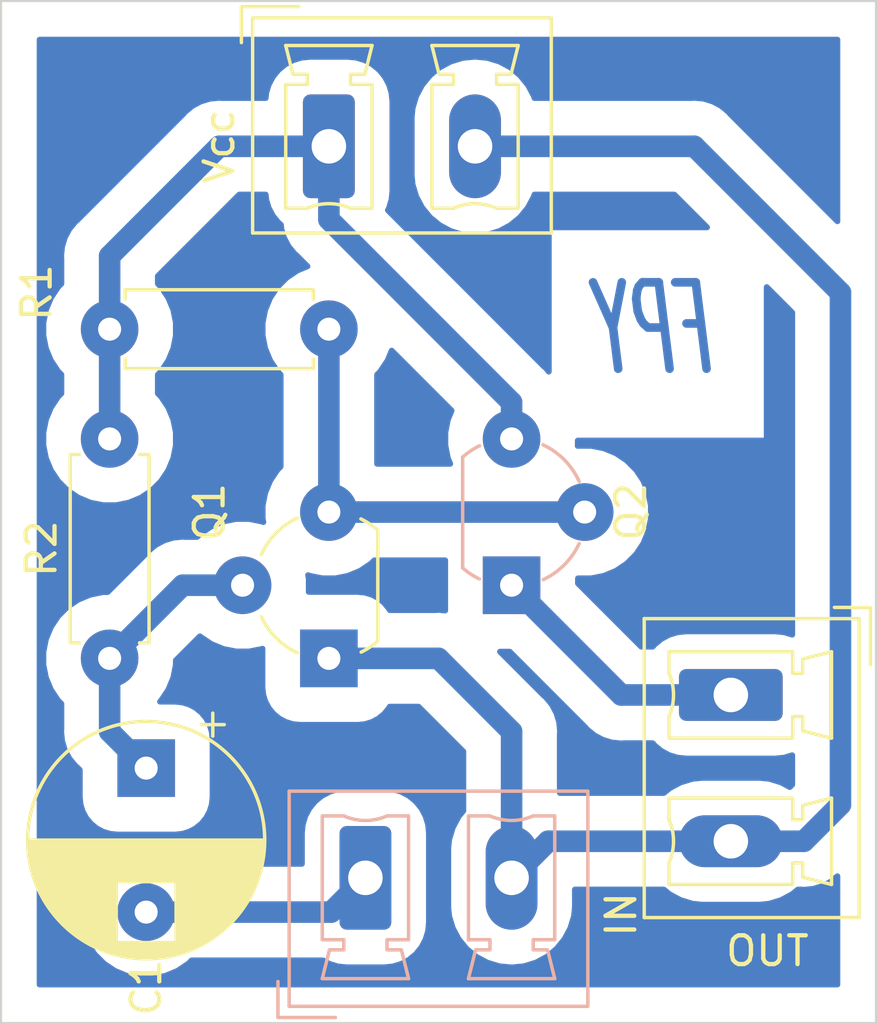
<source format=kicad_pcb>
(kicad_pcb (version 20171130) (host pcbnew 5.1.7-a382d34a8~87~ubuntu18.04.1)

  (general
    (thickness 1.6)
    (drawings 7)
    (tracks 27)
    (zones 0)
    (modules 8)
    (nets 1)
  )

  (page A4)
  (layers
    (0 F.Cu signal hide)
    (31 B.Cu signal)
    (32 B.Adhes user hide)
    (33 F.Adhes user hide)
    (34 B.Paste user hide)
    (35 F.Paste user hide)
    (36 B.SilkS user hide)
    (37 F.SilkS user hide)
    (38 B.Mask user hide)
    (39 F.Mask user hide)
    (40 Dwgs.User user hide)
    (41 Cmts.User user hide)
    (42 Eco1.User user hide)
    (43 Eco2.User user hide)
    (44 Edge.Cuts user hide)
    (45 Margin user hide)
    (46 B.CrtYd user hide)
    (47 F.CrtYd user hide)
    (48 B.Fab user hide)
    (49 F.Fab user hide)
  )

  (setup
    (last_trace_width 1)
    (trace_clearance 0.2)
    (zone_clearance 1.2)
    (zone_45_only no)
    (trace_min 0.75)
    (via_size 0.8)
    (via_drill 0.4)
    (via_min_size 0.4)
    (via_min_drill 0.3)
    (uvia_size 0.3)
    (uvia_drill 0.1)
    (uvias_allowed no)
    (uvia_min_size 0.2)
    (uvia_min_drill 0.1)
    (edge_width 0.05)
    (segment_width 0.2)
    (pcb_text_width 0.3)
    (pcb_text_size 1.5 1.5)
    (mod_edge_width 0.12)
    (mod_text_size 1 1)
    (mod_text_width 0.15)
    (pad_size 2 2)
    (pad_drill 0.8)
    (pad_to_mask_clearance 0)
    (aux_axis_origin 0 0)
    (visible_elements FFFFFF7F)
    (pcbplotparams
      (layerselection 0x00000_fffffffe)
      (usegerberextensions false)
      (usegerberattributes true)
      (usegerberadvancedattributes true)
      (creategerberjobfile true)
      (excludeedgelayer true)
      (linewidth 0.100000)
      (plotframeref false)
      (viasonmask false)
      (mode 1)
      (useauxorigin false)
      (hpglpennumber 1)
      (hpglpenspeed 20)
      (hpglpendiameter 15.000000)
      (psnegative false)
      (psa4output false)
      (plotreference true)
      (plotvalue true)
      (plotinvisibletext false)
      (padsonsilk false)
      (subtractmaskfromsilk false)
      (outputformat 1)
      (mirror false)
      (drillshape 0)
      (scaleselection 1)
      (outputdirectory "doc/gerber/"))
  )

  (net 0 "")

  (net_class Default "Esta es la clase de red por defecto."
    (clearance 0.2)
    (trace_width 1)
    (via_dia 0.8)
    (via_drill 0.4)
    (uvia_dia 0.3)
    (uvia_drill 0.1)
    (diff_pair_width 0.75)
    (diff_pair_gap 0.25)
  )

  (module Connector_Phoenix_MC_HighVoltage:PhoenixContact_MCV_1,5_2-G-5.08_1x02_P5.08mm_Vertical (layer F.Cu) (tedit 5B784ED3) (tstamp 5FABFE02)
    (at 140.97 63.5 270)
    (descr "Generic Phoenix Contact connector footprint for: MCV_1,5/2-G-5.08; number of pins: 02; pin pitch: 5.08mm; Vertical || order number: 1836299 8A 320V")
    (tags "phoenix_contact connector MCV_01x02_G_5.08mm")
    (fp_text reference OUT (at 8.89 -1.27) (layer F.SilkS)
      (effects (font (size 1 1) (thickness 0.15)))
    )
    (fp_text value PhoenixContact_MCV_1,5_2-G-5.08_1x02_P5.08mm_Vertical (at 2.54 4.1 90) (layer F.Fab) hide
      (effects (font (size 1 1) (thickness 0.15)))
    )
    (fp_line (start -2.65 -4.46) (end -2.65 3.01) (layer F.SilkS) (width 0.12))
    (fp_line (start -2.65 3.01) (end 7.73 3.01) (layer F.SilkS) (width 0.12))
    (fp_line (start 7.73 3.01) (end 7.73 -4.46) (layer F.SilkS) (width 0.12))
    (fp_line (start 7.73 -4.46) (end -2.65 -4.46) (layer F.SilkS) (width 0.12))
    (fp_line (start -2.54 -4.35) (end -2.54 2.9) (layer F.Fab) (width 0.1))
    (fp_line (start -2.54 2.9) (end 7.62 2.9) (layer F.Fab) (width 0.1))
    (fp_line (start 7.62 2.9) (end 7.62 -4.35) (layer F.Fab) (width 0.1))
    (fp_line (start 7.62 -4.35) (end -2.54 -4.35) (layer F.Fab) (width 0.1))
    (fp_line (start -0.75 2.15) (end -1.5 2.15) (layer F.SilkS) (width 0.12))
    (fp_line (start -1.5 2.15) (end -1.5 -2.15) (layer F.SilkS) (width 0.12))
    (fp_line (start -1.5 -2.15) (end -0.75 -2.15) (layer F.SilkS) (width 0.12))
    (fp_line (start -0.75 -2.15) (end -0.75 -2.5) (layer F.SilkS) (width 0.12))
    (fp_line (start -0.75 -2.5) (end -1.25 -2.5) (layer F.SilkS) (width 0.12))
    (fp_line (start -1.25 -2.5) (end -1.5 -3.5) (layer F.SilkS) (width 0.12))
    (fp_line (start -1.5 -3.5) (end 1.5 -3.5) (layer F.SilkS) (width 0.12))
    (fp_line (start 1.5 -3.5) (end 1.25 -2.5) (layer F.SilkS) (width 0.12))
    (fp_line (start 1.25 -2.5) (end 0.75 -2.5) (layer F.SilkS) (width 0.12))
    (fp_line (start 0.75 -2.5) (end 0.75 -2.15) (layer F.SilkS) (width 0.12))
    (fp_line (start 0.75 -2.15) (end 1.5 -2.15) (layer F.SilkS) (width 0.12))
    (fp_line (start 1.5 -2.15) (end 1.5 2.15) (layer F.SilkS) (width 0.12))
    (fp_line (start 1.5 2.15) (end 0.75 2.15) (layer F.SilkS) (width 0.12))
    (fp_line (start 4.33 2.15) (end 3.58 2.15) (layer F.SilkS) (width 0.12))
    (fp_line (start 3.58 2.15) (end 3.58 -2.15) (layer F.SilkS) (width 0.12))
    (fp_line (start 3.58 -2.15) (end 4.33 -2.15) (layer F.SilkS) (width 0.12))
    (fp_line (start 4.33 -2.15) (end 4.33 -2.5) (layer F.SilkS) (width 0.12))
    (fp_line (start 4.33 -2.5) (end 3.83 -2.5) (layer F.SilkS) (width 0.12))
    (fp_line (start 3.83 -2.5) (end 3.58 -3.5) (layer F.SilkS) (width 0.12))
    (fp_line (start 3.58 -3.5) (end 6.58 -3.5) (layer F.SilkS) (width 0.12))
    (fp_line (start 6.58 -3.5) (end 6.33 -2.5) (layer F.SilkS) (width 0.12))
    (fp_line (start 6.33 -2.5) (end 5.83 -2.5) (layer F.SilkS) (width 0.12))
    (fp_line (start 5.83 -2.5) (end 5.83 -2.15) (layer F.SilkS) (width 0.12))
    (fp_line (start 5.83 -2.15) (end 6.58 -2.15) (layer F.SilkS) (width 0.12))
    (fp_line (start 6.58 -2.15) (end 6.58 2.15) (layer F.SilkS) (width 0.12))
    (fp_line (start 6.58 2.15) (end 5.83 2.15) (layer F.SilkS) (width 0.12))
    (fp_line (start -3.04 -4.85) (end -3.04 3.4) (layer F.CrtYd) (width 0.05))
    (fp_line (start -3.04 3.4) (end 8.12 3.4) (layer F.CrtYd) (width 0.05))
    (fp_line (start 8.12 3.4) (end 8.12 -4.85) (layer F.CrtYd) (width 0.05))
    (fp_line (start 8.12 -4.85) (end -3.04 -4.85) (layer F.CrtYd) (width 0.05))
    (fp_line (start -3.04 -3.6) (end -3.04 -4.85) (layer F.SilkS) (width 0.12))
    (fp_line (start -3.04 -4.85) (end -1.04 -4.85) (layer F.SilkS) (width 0.12))
    (fp_line (start -3.04 -3.6) (end -3.04 -4.85) (layer F.Fab) (width 0.1))
    (fp_line (start -3.04 -4.85) (end -1.04 -4.85) (layer F.Fab) (width 0.1))
    (fp_arc (start 0 3.85) (end -0.75 2.15) (angle 47.6) (layer F.SilkS) (width 0.12))
    (fp_arc (start 5.08 3.85) (end 4.33 2.15) (angle 47.6) (layer F.SilkS) (width 0.12))
    (fp_text user %R (at 2.54 -3.65 90) (layer F.Fab) hide
      (effects (font (size 1 1) (thickness 0.15)))
    )
    (pad 1 thru_hole roundrect (at 0 0 270) (size 1.8 3.6) (drill 1.2) (layers *.Cu *.Mask) (roundrect_rratio 0.1388888888888889))
    (pad 2 thru_hole oval (at 5.08 0 270) (size 1.8 3.6) (drill 1.2) (layers *.Cu *.Mask))
    (model ${KISYS3DMOD}/Connector_Phoenix_MC_HighVoltage.3dshapes/PhoenixContact_MCV_1,5_2-G-5.08_1x02_P5.08mm_Vertical.wrl
      (at (xyz 0 0 0))
      (scale (xyz 1 1 1))
      (rotate (xyz 0 0 0))
    )
  )

  (module Connector_Phoenix_MC_HighVoltage:PhoenixContact_MCV_1,5_2-G-5.08_1x02_P5.08mm_Vertical (layer F.Cu) (tedit 5B784ED3) (tstamp 5FABFE02)
    (at 127 44.45)
    (descr "Generic Phoenix Contact connector footprint for: MCV_1,5/2-G-5.08; number of pins: 02; pin pitch: 5.08mm; Vertical || order number: 1836299 8A 320V")
    (tags "phoenix_contact connector MCV_01x02_G_5.08mm")
    (fp_text reference Vcc (at -3.81 0 90) (layer F.SilkS)
      (effects (font (size 1 1) (thickness 0.15)))
    )
    (fp_text value PhoenixContact_MCV_1,5_2-G-5.08_1x02_P5.08mm_Vertical (at 2.54 4.1) (layer F.Fab) hide
      (effects (font (size 1 1) (thickness 0.15)))
    )
    (fp_line (start -2.65 -4.46) (end -2.65 3.01) (layer F.SilkS) (width 0.12))
    (fp_line (start -2.65 3.01) (end 7.73 3.01) (layer F.SilkS) (width 0.12))
    (fp_line (start 7.73 3.01) (end 7.73 -4.46) (layer F.SilkS) (width 0.12))
    (fp_line (start 7.73 -4.46) (end -2.65 -4.46) (layer F.SilkS) (width 0.12))
    (fp_line (start -2.54 -4.35) (end -2.54 2.9) (layer F.Fab) (width 0.1))
    (fp_line (start -2.54 2.9) (end 7.62 2.9) (layer F.Fab) (width 0.1))
    (fp_line (start 7.62 2.9) (end 7.62 -4.35) (layer F.Fab) (width 0.1))
    (fp_line (start 7.62 -4.35) (end -2.54 -4.35) (layer F.Fab) (width 0.1))
    (fp_line (start -0.75 2.15) (end -1.5 2.15) (layer F.SilkS) (width 0.12))
    (fp_line (start -1.5 2.15) (end -1.5 -2.15) (layer F.SilkS) (width 0.12))
    (fp_line (start -1.5 -2.15) (end -0.75 -2.15) (layer F.SilkS) (width 0.12))
    (fp_line (start -0.75 -2.15) (end -0.75 -2.5) (layer F.SilkS) (width 0.12))
    (fp_line (start -0.75 -2.5) (end -1.25 -2.5) (layer F.SilkS) (width 0.12))
    (fp_line (start -1.25 -2.5) (end -1.5 -3.5) (layer F.SilkS) (width 0.12))
    (fp_line (start -1.5 -3.5) (end 1.5 -3.5) (layer F.SilkS) (width 0.12))
    (fp_line (start 1.5 -3.5) (end 1.25 -2.5) (layer F.SilkS) (width 0.12))
    (fp_line (start 1.25 -2.5) (end 0.75 -2.5) (layer F.SilkS) (width 0.12))
    (fp_line (start 0.75 -2.5) (end 0.75 -2.15) (layer F.SilkS) (width 0.12))
    (fp_line (start 0.75 -2.15) (end 1.5 -2.15) (layer F.SilkS) (width 0.12))
    (fp_line (start 1.5 -2.15) (end 1.5 2.15) (layer F.SilkS) (width 0.12))
    (fp_line (start 1.5 2.15) (end 0.75 2.15) (layer F.SilkS) (width 0.12))
    (fp_line (start 4.33 2.15) (end 3.58 2.15) (layer F.SilkS) (width 0.12))
    (fp_line (start 3.58 2.15) (end 3.58 -2.15) (layer F.SilkS) (width 0.12))
    (fp_line (start 3.58 -2.15) (end 4.33 -2.15) (layer F.SilkS) (width 0.12))
    (fp_line (start 4.33 -2.15) (end 4.33 -2.5) (layer F.SilkS) (width 0.12))
    (fp_line (start 4.33 -2.5) (end 3.83 -2.5) (layer F.SilkS) (width 0.12))
    (fp_line (start 3.83 -2.5) (end 3.58 -3.5) (layer F.SilkS) (width 0.12))
    (fp_line (start 3.58 -3.5) (end 6.58 -3.5) (layer F.SilkS) (width 0.12))
    (fp_line (start 6.58 -3.5) (end 6.33 -2.5) (layer F.SilkS) (width 0.12))
    (fp_line (start 6.33 -2.5) (end 5.83 -2.5) (layer F.SilkS) (width 0.12))
    (fp_line (start 5.83 -2.5) (end 5.83 -2.15) (layer F.SilkS) (width 0.12))
    (fp_line (start 5.83 -2.15) (end 6.58 -2.15) (layer F.SilkS) (width 0.12))
    (fp_line (start 6.58 -2.15) (end 6.58 2.15) (layer F.SilkS) (width 0.12))
    (fp_line (start 6.58 2.15) (end 5.83 2.15) (layer F.SilkS) (width 0.12))
    (fp_line (start -3.04 -4.85) (end -3.04 3.4) (layer F.CrtYd) (width 0.05))
    (fp_line (start -3.04 3.4) (end 8.12 3.4) (layer F.CrtYd) (width 0.05))
    (fp_line (start 8.12 3.4) (end 8.12 -4.85) (layer F.CrtYd) (width 0.05))
    (fp_line (start 8.12 -4.85) (end -3.04 -4.85) (layer F.CrtYd) (width 0.05))
    (fp_line (start -3.04 -3.6) (end -3.04 -4.85) (layer F.SilkS) (width 0.12))
    (fp_line (start -3.04 -4.85) (end -1.04 -4.85) (layer F.SilkS) (width 0.12))
    (fp_line (start -3.04 -3.6) (end -3.04 -4.85) (layer F.Fab) (width 0.1))
    (fp_line (start -3.04 -4.85) (end -1.04 -4.85) (layer F.Fab) (width 0.1))
    (fp_arc (start 0 3.85) (end -0.75 2.15) (angle 47.6) (layer F.SilkS) (width 0.12))
    (fp_arc (start 5.08 3.85) (end 4.33 2.15) (angle 47.6) (layer F.SilkS) (width 0.12))
    (fp_text user %R (at 2.54 -3.65) (layer F.Fab) hide
      (effects (font (size 1 1) (thickness 0.15)))
    )
    (pad 1 thru_hole roundrect (at 0 0) (size 1.8 3.6) (drill 1.2) (layers *.Cu *.Mask) (roundrect_rratio 0.1388888888888889))
    (pad 2 thru_hole oval (at 5.08 0) (size 1.8 3.6) (drill 1.2) (layers *.Cu *.Mask))
    (model ${KISYS3DMOD}/Connector_Phoenix_MC_HighVoltage.3dshapes/PhoenixContact_MCV_1,5_2-G-5.08_1x02_P5.08mm_Vertical.wrl
      (at (xyz 0 0 0))
      (scale (xyz 1 1 1))
      (rotate (xyz 0 0 0))
    )
  )

  (module Package_TO_SOT_THT:TO-92L_Wide (layer B.Cu) (tedit 5FAC0732) (tstamp 5FAB533D)
    (at 133.35 59.69 90)
    (descr "TO-92L leads in-line (large body variant of TO-92), also known as TO-226, wide, drill 0.75mm (see https://www.diodes.com/assets/Package-Files/TO92L.pdf and http://www.ti.com/lit/an/snoa059/snoa059.pdf)")
    (tags "TO-92L Molded Wide transistor")
    (fp_text reference Q2 (at 2.55 4.15 270) (layer F.SilkS)
      (effects (font (size 1 1) (thickness 0.15)))
    )
    (fp_text value TO-92L_Wide (at 2.54 -2.79 -90) (layer B.Fab) hide
      (effects (font (size 1 1) (thickness 0.15)) (justify mirror))
    )
    (fp_line (start -1 3.55) (end -1 -1.85) (layer F.CrtYd) (width 0.05))
    (fp_line (start 6.1 3.55) (end -1 3.55) (layer F.CrtYd) (width 0.05))
    (fp_line (start 6.1 -1.85) (end 6.1 3.55) (layer F.CrtYd) (width 0.05))
    (fp_line (start -1 -1.85) (end 6.1 -1.85) (layer F.CrtYd) (width 0.05))
    (fp_line (start 0.6 -1.7) (end 4.45 -1.7) (layer B.SilkS) (width 0.12))
    (fp_line (start 0.65 -1.6) (end 4.4 -1.6) (layer B.Fab) (width 0.1))
    (fp_arc (start 2.54 0) (end 4.45 -1.7) (angle 15.88591585) (layer B.SilkS) (width 0.12))
    (fp_arc (start 2.54 0) (end 2.54 2.48) (angle 130.2499344) (layer B.Fab) (width 0.1))
    (fp_arc (start 2.54 0) (end 2.54 2.48) (angle -129.9527847) (layer B.Fab) (width 0.1))
    (fp_arc (start 2.54 0) (end 3.6 2.35) (angle -40.72153779) (layer B.SilkS) (width 0.12))
    (fp_arc (start 2.54 0) (end 1.45 2.35) (angle 40.11670855) (layer B.SilkS) (width 0.12))
    (fp_arc (start 2.54 0) (end 0.6 -1.7) (angle -15.44288892) (layer B.SilkS) (width 0.12))
    (fp_text user %R (at 2.54 0 -90) (layer B.Fab) hide
      (effects (font (size 1 1) (thickness 0.15)) (justify mirror))
    )
    (pad 1 thru_hole rect (at 0 0 90) (size 2 2) (drill 0.8) (layers *.Cu *.Mask))
    (pad 3 thru_hole circle (at 5.08 0 90) (size 2 2) (drill 0.8) (layers *.Cu *.Mask))
    (pad 2 thru_hole circle (at 2.54 2.54 90) (size 2 2) (drill 0.8) (layers *.Cu *.Mask))
    (model ${KISYS3DMOD}/Package_TO_SOT_THT.3dshapes/TO-92L_Wide.wrl
      (at (xyz 0 0 0))
      (scale (xyz 1 1 1))
      (rotate (xyz 0 0 0))
    )
  )

  (module Connector_Phoenix_MC_HighVoltage:PhoenixContact_MCV_1,5_2-G-5.08_1x02_P5.08mm_Vertical (layer B.Cu) (tedit 5B784ED3) (tstamp 5FAB5038)
    (at 128.27 69.85)
    (descr "Generic Phoenix Contact connector footprint for: MCV_1,5/2-G-5.08; number of pins: 02; pin pitch: 5.08mm; Vertical || order number: 1836299 8A 320V")
    (tags "phoenix_contact connector MCV_01x02_G_5.08mm")
    (fp_text reference IN (at 8.89 1.27 90) (layer F.SilkS)
      (effects (font (size 1 1) (thickness 0.15)))
    )
    (fp_text value PhoenixContact_MCV_1,5_2-G-5.08_1x02_P5.08mm_Vertical (at 2.54 -4.1) (layer B.Fab) hide
      (effects (font (size 1 1) (thickness 0.15)) (justify mirror))
    )
    (fp_line (start -2.65 4.46) (end -2.65 -3.01) (layer B.SilkS) (width 0.12))
    (fp_line (start -2.65 -3.01) (end 7.73 -3.01) (layer B.SilkS) (width 0.12))
    (fp_line (start 7.73 -3.01) (end 7.73 4.46) (layer B.SilkS) (width 0.12))
    (fp_line (start 7.73 4.46) (end -2.65 4.46) (layer B.SilkS) (width 0.12))
    (fp_line (start -2.54 4.35) (end -2.54 -2.9) (layer B.Fab) (width 0.1))
    (fp_line (start -2.54 -2.9) (end 7.62 -2.9) (layer B.Fab) (width 0.1))
    (fp_line (start 7.62 -2.9) (end 7.62 4.35) (layer B.Fab) (width 0.1))
    (fp_line (start 7.62 4.35) (end -2.54 4.35) (layer B.Fab) (width 0.1))
    (fp_line (start -0.75 -2.15) (end -1.5 -2.15) (layer B.SilkS) (width 0.12))
    (fp_line (start -1.5 -2.15) (end -1.5 2.15) (layer B.SilkS) (width 0.12))
    (fp_line (start -1.5 2.15) (end -0.75 2.15) (layer B.SilkS) (width 0.12))
    (fp_line (start -0.75 2.15) (end -0.75 2.5) (layer B.SilkS) (width 0.12))
    (fp_line (start -0.75 2.5) (end -1.25 2.5) (layer B.SilkS) (width 0.12))
    (fp_line (start -1.25 2.5) (end -1.5 3.5) (layer B.SilkS) (width 0.12))
    (fp_line (start -1.5 3.5) (end 1.5 3.5) (layer B.SilkS) (width 0.12))
    (fp_line (start 1.5 3.5) (end 1.25 2.5) (layer B.SilkS) (width 0.12))
    (fp_line (start 1.25 2.5) (end 0.75 2.5) (layer B.SilkS) (width 0.12))
    (fp_line (start 0.75 2.5) (end 0.75 2.15) (layer B.SilkS) (width 0.12))
    (fp_line (start 0.75 2.15) (end 1.5 2.15) (layer B.SilkS) (width 0.12))
    (fp_line (start 1.5 2.15) (end 1.5 -2.15) (layer B.SilkS) (width 0.12))
    (fp_line (start 1.5 -2.15) (end 0.75 -2.15) (layer B.SilkS) (width 0.12))
    (fp_line (start 4.33 -2.15) (end 3.58 -2.15) (layer B.SilkS) (width 0.12))
    (fp_line (start 3.58 -2.15) (end 3.58 2.15) (layer B.SilkS) (width 0.12))
    (fp_line (start 3.58 2.15) (end 4.33 2.15) (layer B.SilkS) (width 0.12))
    (fp_line (start 4.33 2.15) (end 4.33 2.5) (layer B.SilkS) (width 0.12))
    (fp_line (start 4.33 2.5) (end 3.83 2.5) (layer B.SilkS) (width 0.12))
    (fp_line (start 3.83 2.5) (end 3.58 3.5) (layer B.SilkS) (width 0.12))
    (fp_line (start 3.58 3.5) (end 6.58 3.5) (layer B.SilkS) (width 0.12))
    (fp_line (start 6.58 3.5) (end 6.33 2.5) (layer B.SilkS) (width 0.12))
    (fp_line (start 6.33 2.5) (end 5.83 2.5) (layer B.SilkS) (width 0.12))
    (fp_line (start 5.83 2.5) (end 5.83 2.15) (layer B.SilkS) (width 0.12))
    (fp_line (start 5.83 2.15) (end 6.58 2.15) (layer B.SilkS) (width 0.12))
    (fp_line (start 6.58 2.15) (end 6.58 -2.15) (layer B.SilkS) (width 0.12))
    (fp_line (start 6.58 -2.15) (end 5.83 -2.15) (layer B.SilkS) (width 0.12))
    (fp_line (start -3.04 4.85) (end -3.04 -3.4) (layer B.CrtYd) (width 0.05))
    (fp_line (start -3.04 -3.4) (end 8.12 -3.4) (layer B.CrtYd) (width 0.05))
    (fp_line (start 8.12 -3.4) (end 8.12 4.85) (layer B.CrtYd) (width 0.05))
    (fp_line (start 8.12 4.85) (end -3.04 4.85) (layer B.CrtYd) (width 0.05))
    (fp_line (start -3.04 3.6) (end -3.04 4.85) (layer B.SilkS) (width 0.12))
    (fp_line (start -3.04 4.85) (end -1.04 4.85) (layer B.SilkS) (width 0.12))
    (fp_line (start -3.04 3.6) (end -3.04 4.85) (layer B.Fab) (width 0.1))
    (fp_line (start -3.04 4.85) (end -1.04 4.85) (layer B.Fab) (width 0.1))
    (fp_text user %R (at 2.54 3.65) (layer B.Fab) hide
      (effects (font (size 1 1) (thickness 0.15)) (justify mirror))
    )
    (fp_arc (start 5.08 -3.85) (end 4.33 -2.15) (angle -47.6) (layer B.SilkS) (width 0.12))
    (fp_arc (start 0 -3.85) (end -0.75 -2.15) (angle -47.6) (layer B.SilkS) (width 0.12))
    (pad 2 thru_hole oval (at 5.08 0) (size 1.8 3.6) (drill 1.2) (layers *.Cu *.Mask))
    (pad 1 thru_hole roundrect (at 0 0) (size 1.8 3.6) (drill 1.2) (layers *.Cu *.Mask) (roundrect_rratio 0.1388888888888889))
    (model ${KISYS3DMOD}/Connector_Phoenix_MC_HighVoltage.3dshapes/PhoenixContact_MCV_1,5_2-G-5.08_1x02_P5.08mm_Vertical.wrl
      (at (xyz 0 0 0))
      (scale (xyz 1 1 1))
      (rotate (xyz 0 0 0))
    )
  )

  (module Capacitor_THT:CP_Radial_D8.0mm_P5.00mm (layer F.Cu) (tedit 5FAC06F1) (tstamp 5FAB2FBC)
    (at 120.65 66.04 270)
    (descr "CP, Radial series, Radial, pin pitch=5.00mm, , diameter=8mm, Electrolytic Capacitor")
    (tags "CP Radial series Radial pin pitch 5.00mm  diameter 8mm Electrolytic Capacitor")
    (fp_text reference C1 (at 7.62 0 90) (layer F.SilkS)
      (effects (font (size 1 1) (thickness 0.15)))
    )
    (fp_text value CP_Radial_D8.0mm_P5.00mm (at 2.5 5.25 90) (layer F.Fab) hide
      (effects (font (size 1 1) (thickness 0.15)))
    )
    (fp_circle (center 2.5 0) (end 6.5 0) (layer F.Fab) (width 0.1))
    (fp_circle (center 2.5 0) (end 6.62 0) (layer F.SilkS) (width 0.12))
    (fp_circle (center 2.5 0) (end 6.75 0) (layer F.CrtYd) (width 0.05))
    (fp_line (start -0.926759 -1.7475) (end -0.126759 -1.7475) (layer F.Fab) (width 0.1))
    (fp_line (start -0.526759 -2.1475) (end -0.526759 -1.3475) (layer F.Fab) (width 0.1))
    (fp_line (start 2.5 -4.08) (end 2.5 4.08) (layer F.SilkS) (width 0.12))
    (fp_line (start 2.54 -4.08) (end 2.54 4.08) (layer F.SilkS) (width 0.12))
    (fp_line (start 2.58 -4.08) (end 2.58 4.08) (layer F.SilkS) (width 0.12))
    (fp_line (start 2.62 -4.079) (end 2.62 4.079) (layer F.SilkS) (width 0.12))
    (fp_line (start 2.66 -4.077) (end 2.66 4.077) (layer F.SilkS) (width 0.12))
    (fp_line (start 2.7 -4.076) (end 2.7 4.076) (layer F.SilkS) (width 0.12))
    (fp_line (start 2.74 -4.074) (end 2.74 4.074) (layer F.SilkS) (width 0.12))
    (fp_line (start 2.78 -4.071) (end 2.78 4.071) (layer F.SilkS) (width 0.12))
    (fp_line (start 2.82 -4.068) (end 2.82 4.068) (layer F.SilkS) (width 0.12))
    (fp_line (start 2.86 -4.065) (end 2.86 4.065) (layer F.SilkS) (width 0.12))
    (fp_line (start 2.9 -4.061) (end 2.9 4.061) (layer F.SilkS) (width 0.12))
    (fp_line (start 2.94 -4.057) (end 2.94 4.057) (layer F.SilkS) (width 0.12))
    (fp_line (start 2.98 -4.052) (end 2.98 4.052) (layer F.SilkS) (width 0.12))
    (fp_line (start 3.02 -4.048) (end 3.02 4.048) (layer F.SilkS) (width 0.12))
    (fp_line (start 3.06 -4.042) (end 3.06 4.042) (layer F.SilkS) (width 0.12))
    (fp_line (start 3.1 -4.037) (end 3.1 4.037) (layer F.SilkS) (width 0.12))
    (fp_line (start 3.14 -4.03) (end 3.14 4.03) (layer F.SilkS) (width 0.12))
    (fp_line (start 3.18 -4.024) (end 3.18 4.024) (layer F.SilkS) (width 0.12))
    (fp_line (start 3.221 -4.017) (end 3.221 4.017) (layer F.SilkS) (width 0.12))
    (fp_line (start 3.261 -4.01) (end 3.261 4.01) (layer F.SilkS) (width 0.12))
    (fp_line (start 3.301 -4.002) (end 3.301 4.002) (layer F.SilkS) (width 0.12))
    (fp_line (start 3.341 -3.994) (end 3.341 3.994) (layer F.SilkS) (width 0.12))
    (fp_line (start 3.381 -3.985) (end 3.381 3.985) (layer F.SilkS) (width 0.12))
    (fp_line (start 3.421 -3.976) (end 3.421 3.976) (layer F.SilkS) (width 0.12))
    (fp_line (start 3.461 -3.967) (end 3.461 3.967) (layer F.SilkS) (width 0.12))
    (fp_line (start 3.501 -3.957) (end 3.501 3.957) (layer F.SilkS) (width 0.12))
    (fp_line (start 3.541 -3.947) (end 3.541 3.947) (layer F.SilkS) (width 0.12))
    (fp_line (start 3.581 -3.936) (end 3.581 3.936) (layer F.SilkS) (width 0.12))
    (fp_line (start 3.621 -3.925) (end 3.621 3.925) (layer F.SilkS) (width 0.12))
    (fp_line (start 3.661 -3.914) (end 3.661 3.914) (layer F.SilkS) (width 0.12))
    (fp_line (start 3.701 -3.902) (end 3.701 3.902) (layer F.SilkS) (width 0.12))
    (fp_line (start 3.741 -3.889) (end 3.741 3.889) (layer F.SilkS) (width 0.12))
    (fp_line (start 3.781 -3.877) (end 3.781 3.877) (layer F.SilkS) (width 0.12))
    (fp_line (start 3.821 -3.863) (end 3.821 3.863) (layer F.SilkS) (width 0.12))
    (fp_line (start 3.861 -3.85) (end 3.861 3.85) (layer F.SilkS) (width 0.12))
    (fp_line (start 3.901 -3.835) (end 3.901 3.835) (layer F.SilkS) (width 0.12))
    (fp_line (start 3.941 -3.821) (end 3.941 3.821) (layer F.SilkS) (width 0.12))
    (fp_line (start 3.981 -3.805) (end 3.981 -1.04) (layer F.SilkS) (width 0.12))
    (fp_line (start 3.981 1.04) (end 3.981 3.805) (layer F.SilkS) (width 0.12))
    (fp_line (start 4.021 -3.79) (end 4.021 -1.04) (layer F.SilkS) (width 0.12))
    (fp_line (start 4.021 1.04) (end 4.021 3.79) (layer F.SilkS) (width 0.12))
    (fp_line (start 4.061 -3.774) (end 4.061 -1.04) (layer F.SilkS) (width 0.12))
    (fp_line (start 4.061 1.04) (end 4.061 3.774) (layer F.SilkS) (width 0.12))
    (fp_line (start 4.101 -3.757) (end 4.101 -1.04) (layer F.SilkS) (width 0.12))
    (fp_line (start 4.101 1.04) (end 4.101 3.757) (layer F.SilkS) (width 0.12))
    (fp_line (start 4.141 -3.74) (end 4.141 -1.04) (layer F.SilkS) (width 0.12))
    (fp_line (start 4.141 1.04) (end 4.141 3.74) (layer F.SilkS) (width 0.12))
    (fp_line (start 4.181 -3.722) (end 4.181 -1.04) (layer F.SilkS) (width 0.12))
    (fp_line (start 4.181 1.04) (end 4.181 3.722) (layer F.SilkS) (width 0.12))
    (fp_line (start 4.221 -3.704) (end 4.221 -1.04) (layer F.SilkS) (width 0.12))
    (fp_line (start 4.221 1.04) (end 4.221 3.704) (layer F.SilkS) (width 0.12))
    (fp_line (start 4.261 -3.686) (end 4.261 -1.04) (layer F.SilkS) (width 0.12))
    (fp_line (start 4.261 1.04) (end 4.261 3.686) (layer F.SilkS) (width 0.12))
    (fp_line (start 4.301 -3.666) (end 4.301 -1.04) (layer F.SilkS) (width 0.12))
    (fp_line (start 4.301 1.04) (end 4.301 3.666) (layer F.SilkS) (width 0.12))
    (fp_line (start 4.341 -3.647) (end 4.341 -1.04) (layer F.SilkS) (width 0.12))
    (fp_line (start 4.341 1.04) (end 4.341 3.647) (layer F.SilkS) (width 0.12))
    (fp_line (start 4.381 -3.627) (end 4.381 -1.04) (layer F.SilkS) (width 0.12))
    (fp_line (start 4.381 1.04) (end 4.381 3.627) (layer F.SilkS) (width 0.12))
    (fp_line (start 4.421 -3.606) (end 4.421 -1.04) (layer F.SilkS) (width 0.12))
    (fp_line (start 4.421 1.04) (end 4.421 3.606) (layer F.SilkS) (width 0.12))
    (fp_line (start 4.461 -3.584) (end 4.461 -1.04) (layer F.SilkS) (width 0.12))
    (fp_line (start 4.461 1.04) (end 4.461 3.584) (layer F.SilkS) (width 0.12))
    (fp_line (start 4.501 -3.562) (end 4.501 -1.04) (layer F.SilkS) (width 0.12))
    (fp_line (start 4.501 1.04) (end 4.501 3.562) (layer F.SilkS) (width 0.12))
    (fp_line (start 4.541 -3.54) (end 4.541 -1.04) (layer F.SilkS) (width 0.12))
    (fp_line (start 4.541 1.04) (end 4.541 3.54) (layer F.SilkS) (width 0.12))
    (fp_line (start 4.581 -3.517) (end 4.581 -1.04) (layer F.SilkS) (width 0.12))
    (fp_line (start 4.581 1.04) (end 4.581 3.517) (layer F.SilkS) (width 0.12))
    (fp_line (start 4.621 -3.493) (end 4.621 -1.04) (layer F.SilkS) (width 0.12))
    (fp_line (start 4.621 1.04) (end 4.621 3.493) (layer F.SilkS) (width 0.12))
    (fp_line (start 4.661 -3.469) (end 4.661 -1.04) (layer F.SilkS) (width 0.12))
    (fp_line (start 4.661 1.04) (end 4.661 3.469) (layer F.SilkS) (width 0.12))
    (fp_line (start 4.701 -3.444) (end 4.701 -1.04) (layer F.SilkS) (width 0.12))
    (fp_line (start 4.701 1.04) (end 4.701 3.444) (layer F.SilkS) (width 0.12))
    (fp_line (start 4.741 -3.418) (end 4.741 -1.04) (layer F.SilkS) (width 0.12))
    (fp_line (start 4.741 1.04) (end 4.741 3.418) (layer F.SilkS) (width 0.12))
    (fp_line (start 4.781 -3.392) (end 4.781 -1.04) (layer F.SilkS) (width 0.12))
    (fp_line (start 4.781 1.04) (end 4.781 3.392) (layer F.SilkS) (width 0.12))
    (fp_line (start 4.821 -3.365) (end 4.821 -1.04) (layer F.SilkS) (width 0.12))
    (fp_line (start 4.821 1.04) (end 4.821 3.365) (layer F.SilkS) (width 0.12))
    (fp_line (start 4.861 -3.338) (end 4.861 -1.04) (layer F.SilkS) (width 0.12))
    (fp_line (start 4.861 1.04) (end 4.861 3.338) (layer F.SilkS) (width 0.12))
    (fp_line (start 4.901 -3.309) (end 4.901 -1.04) (layer F.SilkS) (width 0.12))
    (fp_line (start 4.901 1.04) (end 4.901 3.309) (layer F.SilkS) (width 0.12))
    (fp_line (start 4.941 -3.28) (end 4.941 -1.04) (layer F.SilkS) (width 0.12))
    (fp_line (start 4.941 1.04) (end 4.941 3.28) (layer F.SilkS) (width 0.12))
    (fp_line (start 4.981 -3.25) (end 4.981 -1.04) (layer F.SilkS) (width 0.12))
    (fp_line (start 4.981 1.04) (end 4.981 3.25) (layer F.SilkS) (width 0.12))
    (fp_line (start 5.021 -3.22) (end 5.021 -1.04) (layer F.SilkS) (width 0.12))
    (fp_line (start 5.021 1.04) (end 5.021 3.22) (layer F.SilkS) (width 0.12))
    (fp_line (start 5.061 -3.189) (end 5.061 -1.04) (layer F.SilkS) (width 0.12))
    (fp_line (start 5.061 1.04) (end 5.061 3.189) (layer F.SilkS) (width 0.12))
    (fp_line (start 5.101 -3.156) (end 5.101 -1.04) (layer F.SilkS) (width 0.12))
    (fp_line (start 5.101 1.04) (end 5.101 3.156) (layer F.SilkS) (width 0.12))
    (fp_line (start 5.141 -3.124) (end 5.141 -1.04) (layer F.SilkS) (width 0.12))
    (fp_line (start 5.141 1.04) (end 5.141 3.124) (layer F.SilkS) (width 0.12))
    (fp_line (start 5.181 -3.09) (end 5.181 -1.04) (layer F.SilkS) (width 0.12))
    (fp_line (start 5.181 1.04) (end 5.181 3.09) (layer F.SilkS) (width 0.12))
    (fp_line (start 5.221 -3.055) (end 5.221 -1.04) (layer F.SilkS) (width 0.12))
    (fp_line (start 5.221 1.04) (end 5.221 3.055) (layer F.SilkS) (width 0.12))
    (fp_line (start 5.261 -3.019) (end 5.261 -1.04) (layer F.SilkS) (width 0.12))
    (fp_line (start 5.261 1.04) (end 5.261 3.019) (layer F.SilkS) (width 0.12))
    (fp_line (start 5.301 -2.983) (end 5.301 -1.04) (layer F.SilkS) (width 0.12))
    (fp_line (start 5.301 1.04) (end 5.301 2.983) (layer F.SilkS) (width 0.12))
    (fp_line (start 5.341 -2.945) (end 5.341 -1.04) (layer F.SilkS) (width 0.12))
    (fp_line (start 5.341 1.04) (end 5.341 2.945) (layer F.SilkS) (width 0.12))
    (fp_line (start 5.381 -2.907) (end 5.381 -1.04) (layer F.SilkS) (width 0.12))
    (fp_line (start 5.381 1.04) (end 5.381 2.907) (layer F.SilkS) (width 0.12))
    (fp_line (start 5.421 -2.867) (end 5.421 -1.04) (layer F.SilkS) (width 0.12))
    (fp_line (start 5.421 1.04) (end 5.421 2.867) (layer F.SilkS) (width 0.12))
    (fp_line (start 5.461 -2.826) (end 5.461 -1.04) (layer F.SilkS) (width 0.12))
    (fp_line (start 5.461 1.04) (end 5.461 2.826) (layer F.SilkS) (width 0.12))
    (fp_line (start 5.501 -2.784) (end 5.501 -1.04) (layer F.SilkS) (width 0.12))
    (fp_line (start 5.501 1.04) (end 5.501 2.784) (layer F.SilkS) (width 0.12))
    (fp_line (start 5.541 -2.741) (end 5.541 -1.04) (layer F.SilkS) (width 0.12))
    (fp_line (start 5.541 1.04) (end 5.541 2.741) (layer F.SilkS) (width 0.12))
    (fp_line (start 5.581 -2.697) (end 5.581 -1.04) (layer F.SilkS) (width 0.12))
    (fp_line (start 5.581 1.04) (end 5.581 2.697) (layer F.SilkS) (width 0.12))
    (fp_line (start 5.621 -2.651) (end 5.621 -1.04) (layer F.SilkS) (width 0.12))
    (fp_line (start 5.621 1.04) (end 5.621 2.651) (layer F.SilkS) (width 0.12))
    (fp_line (start 5.661 -2.604) (end 5.661 -1.04) (layer F.SilkS) (width 0.12))
    (fp_line (start 5.661 1.04) (end 5.661 2.604) (layer F.SilkS) (width 0.12))
    (fp_line (start 5.701 -2.556) (end 5.701 -1.04) (layer F.SilkS) (width 0.12))
    (fp_line (start 5.701 1.04) (end 5.701 2.556) (layer F.SilkS) (width 0.12))
    (fp_line (start 5.741 -2.505) (end 5.741 -1.04) (layer F.SilkS) (width 0.12))
    (fp_line (start 5.741 1.04) (end 5.741 2.505) (layer F.SilkS) (width 0.12))
    (fp_line (start 5.781 -2.454) (end 5.781 -1.04) (layer F.SilkS) (width 0.12))
    (fp_line (start 5.781 1.04) (end 5.781 2.454) (layer F.SilkS) (width 0.12))
    (fp_line (start 5.821 -2.4) (end 5.821 -1.04) (layer F.SilkS) (width 0.12))
    (fp_line (start 5.821 1.04) (end 5.821 2.4) (layer F.SilkS) (width 0.12))
    (fp_line (start 5.861 -2.345) (end 5.861 -1.04) (layer F.SilkS) (width 0.12))
    (fp_line (start 5.861 1.04) (end 5.861 2.345) (layer F.SilkS) (width 0.12))
    (fp_line (start 5.901 -2.287) (end 5.901 -1.04) (layer F.SilkS) (width 0.12))
    (fp_line (start 5.901 1.04) (end 5.901 2.287) (layer F.SilkS) (width 0.12))
    (fp_line (start 5.941 -2.228) (end 5.941 -1.04) (layer F.SilkS) (width 0.12))
    (fp_line (start 5.941 1.04) (end 5.941 2.228) (layer F.SilkS) (width 0.12))
    (fp_line (start 5.981 -2.166) (end 5.981 -1.04) (layer F.SilkS) (width 0.12))
    (fp_line (start 5.981 1.04) (end 5.981 2.166) (layer F.SilkS) (width 0.12))
    (fp_line (start 6.021 -2.102) (end 6.021 -1.04) (layer F.SilkS) (width 0.12))
    (fp_line (start 6.021 1.04) (end 6.021 2.102) (layer F.SilkS) (width 0.12))
    (fp_line (start 6.061 -2.034) (end 6.061 2.034) (layer F.SilkS) (width 0.12))
    (fp_line (start 6.101 -1.964) (end 6.101 1.964) (layer F.SilkS) (width 0.12))
    (fp_line (start 6.141 -1.89) (end 6.141 1.89) (layer F.SilkS) (width 0.12))
    (fp_line (start 6.181 -1.813) (end 6.181 1.813) (layer F.SilkS) (width 0.12))
    (fp_line (start 6.221 -1.731) (end 6.221 1.731) (layer F.SilkS) (width 0.12))
    (fp_line (start 6.261 -1.645) (end 6.261 1.645) (layer F.SilkS) (width 0.12))
    (fp_line (start 6.301 -1.552) (end 6.301 1.552) (layer F.SilkS) (width 0.12))
    (fp_line (start 6.341 -1.453) (end 6.341 1.453) (layer F.SilkS) (width 0.12))
    (fp_line (start 6.381 -1.346) (end 6.381 1.346) (layer F.SilkS) (width 0.12))
    (fp_line (start 6.421 -1.229) (end 6.421 1.229) (layer F.SilkS) (width 0.12))
    (fp_line (start 6.461 -1.098) (end 6.461 1.098) (layer F.SilkS) (width 0.12))
    (fp_line (start 6.501 -0.948) (end 6.501 0.948) (layer F.SilkS) (width 0.12))
    (fp_line (start 6.541 -0.768) (end 6.541 0.768) (layer F.SilkS) (width 0.12))
    (fp_line (start 6.581 -0.533) (end 6.581 0.533) (layer F.SilkS) (width 0.12))
    (fp_line (start -1.909698 -2.315) (end -1.109698 -2.315) (layer F.SilkS) (width 0.12))
    (fp_line (start -1.509698 -2.715) (end -1.509698 -1.915) (layer F.SilkS) (width 0.12))
    (fp_text user %R (at 2.5 0 90) (layer F.Fab) hide
      (effects (font (size 1 1) (thickness 0.15)))
    )
    (pad 2 thru_hole circle (at 5 0 270) (size 2 2) (drill 0.8) (layers *.Cu *.Mask))
    (pad 1 thru_hole rect (at 0 0 270) (size 2 2) (drill 0.8) (layers *.Cu *.Mask))
    (model ${KISYS3DMOD}/Capacitor_THT.3dshapes/CP_Radial_D8.0mm_P5.00mm.wrl
      (at (xyz 0 0 0))
      (scale (xyz 1 1 1))
      (rotate (xyz 0 0 0))
    )
  )

  (module Resistor_THT:R_Axial_DIN0207_L6.3mm_D2.5mm_P7.62mm_Horizontal (layer F.Cu) (tedit 5FAC06FF) (tstamp 5FAB285F)
    (at 119.38 62.23 90)
    (descr "Resistor, Axial_DIN0207 series, Axial, Horizontal, pin pitch=7.62mm, 0.25W = 1/4W, length*diameter=6.3*2.5mm^2, http://cdn-reichelt.de/documents/datenblatt/B400/1_4W%23YAG.pdf")
    (tags "Resistor Axial_DIN0207 series Axial Horizontal pin pitch 7.62mm 0.25W = 1/4W length 6.3mm diameter 2.5mm")
    (fp_text reference R2 (at 3.81 -2.37 90) (layer F.SilkS)
      (effects (font (size 1 1) (thickness 0.15)))
    )
    (fp_text value R_Axial_DIN0207_L6.3mm_D2.5mm_P7.62mm_Horizontal (at 3.81 2.37 90) (layer F.Fab) hide
      (effects (font (size 1 1) (thickness 0.15)))
    )
    (fp_line (start 0.66 -1.25) (end 0.66 1.25) (layer F.Fab) (width 0.1))
    (fp_line (start 0.66 1.25) (end 6.96 1.25) (layer F.Fab) (width 0.1))
    (fp_line (start 6.96 1.25) (end 6.96 -1.25) (layer F.Fab) (width 0.1))
    (fp_line (start 6.96 -1.25) (end 0.66 -1.25) (layer F.Fab) (width 0.1))
    (fp_line (start 0 0) (end 0.66 0) (layer F.Fab) (width 0.1))
    (fp_line (start 7.62 0) (end 6.96 0) (layer F.Fab) (width 0.1))
    (fp_line (start 0.54 -1.04) (end 0.54 -1.37) (layer F.SilkS) (width 0.12))
    (fp_line (start 0.54 -1.37) (end 7.08 -1.37) (layer F.SilkS) (width 0.12))
    (fp_line (start 7.08 -1.37) (end 7.08 -1.04) (layer F.SilkS) (width 0.12))
    (fp_line (start 0.54 1.04) (end 0.54 1.37) (layer F.SilkS) (width 0.12))
    (fp_line (start 0.54 1.37) (end 7.08 1.37) (layer F.SilkS) (width 0.12))
    (fp_line (start 7.08 1.37) (end 7.08 1.04) (layer F.SilkS) (width 0.12))
    (fp_line (start -1.05 -1.5) (end -1.05 1.5) (layer F.CrtYd) (width 0.05))
    (fp_line (start -1.05 1.5) (end 8.67 1.5) (layer F.CrtYd) (width 0.05))
    (fp_line (start 8.67 1.5) (end 8.67 -1.5) (layer F.CrtYd) (width 0.05))
    (fp_line (start 8.67 -1.5) (end -1.05 -1.5) (layer F.CrtYd) (width 0.05))
    (fp_text user %R (at 3.81 0 90) (layer F.Fab) hide
      (effects (font (size 1 1) (thickness 0.15)))
    )
    (pad 1 thru_hole circle (at 0 0 90) (size 2 2) (drill 0.8) (layers *.Cu *.Mask))
    (pad 2 thru_hole circle (at 7.62 0 90) (size 2 2) (drill 0.8) (layers *.Cu *.Mask))
    (model ${KISYS3DMOD}/Resistor_THT.3dshapes/R_Axial_DIN0207_L6.3mm_D2.5mm_P7.62mm_Horizontal.wrl
      (at (xyz 0 0 0))
      (scale (xyz 1 1 1))
      (rotate (xyz 0 0 0))
    )
  )

  (module Resistor_THT:R_Axial_DIN0207_L6.3mm_D2.5mm_P7.62mm_Horizontal (layer F.Cu) (tedit 5FAC065F) (tstamp 5FAB27F6)
    (at 119.38 50.8)
    (descr "Resistor, Axial_DIN0207 series, Axial, Horizontal, pin pitch=7.62mm, 0.25W = 1/4W, length*diameter=6.3*2.5mm^2, http://cdn-reichelt.de/documents/datenblatt/B400/1_4W%23YAG.pdf")
    (tags "Resistor Axial_DIN0207 series Axial Horizontal pin pitch 7.62mm 0.25W = 1/4W length 6.3mm diameter 2.5mm")
    (fp_text reference R1 (at -2.54 -1.27 90) (layer F.SilkS)
      (effects (font (size 1 1) (thickness 0.15)))
    )
    (fp_text value R_Axial_DIN0207_L6.3mm_D2.5mm_P7.62mm_Horizontal (at 3.81 2.37) (layer F.Fab) hide
      (effects (font (size 1 1) (thickness 0.15)))
    )
    (fp_line (start 0.66 -1.25) (end 0.66 1.25) (layer F.Fab) (width 0.1))
    (fp_line (start 0.66 1.25) (end 6.96 1.25) (layer F.Fab) (width 0.1))
    (fp_line (start 6.96 1.25) (end 6.96 -1.25) (layer F.Fab) (width 0.1))
    (fp_line (start 6.96 -1.25) (end 0.66 -1.25) (layer F.Fab) (width 0.1))
    (fp_line (start 0 0) (end 0.66 0) (layer F.Fab) (width 0.1))
    (fp_line (start 7.62 0) (end 6.96 0) (layer F.Fab) (width 0.1))
    (fp_line (start 0.54 -1.04) (end 0.54 -1.37) (layer F.SilkS) (width 0.12))
    (fp_line (start 0.54 -1.37) (end 7.08 -1.37) (layer F.SilkS) (width 0.12))
    (fp_line (start 7.08 -1.37) (end 7.08 -1.04) (layer F.SilkS) (width 0.12))
    (fp_line (start 0.54 1.04) (end 0.54 1.37) (layer F.SilkS) (width 0.12))
    (fp_line (start 0.54 1.37) (end 7.08 1.37) (layer F.SilkS) (width 0.12))
    (fp_line (start 7.08 1.37) (end 7.08 1.04) (layer F.SilkS) (width 0.12))
    (fp_line (start -1.05 -1.5) (end -1.05 1.5) (layer F.CrtYd) (width 0.05))
    (fp_line (start -1.05 1.5) (end 8.67 1.5) (layer F.CrtYd) (width 0.05))
    (fp_line (start 8.67 1.5) (end 8.67 -1.5) (layer F.CrtYd) (width 0.05))
    (fp_line (start 8.67 -1.5) (end -1.05 -1.5) (layer F.CrtYd) (width 0.05))
    (fp_text user %R (at 3.81 0) (layer F.Fab) hide
      (effects (font (size 1 1) (thickness 0.15)))
    )
    (pad 2 thru_hole circle (at 7.62 0) (size 2 2) (drill 0.8) (layers *.Cu *.Mask))
    (pad 1 thru_hole circle (at 0 0) (size 2 2) (drill 0.8) (layers *.Cu *.Mask))
    (model ${KISYS3DMOD}/Resistor_THT.3dshapes/R_Axial_DIN0207_L6.3mm_D2.5mm_P7.62mm_Horizontal.wrl
      (at (xyz 0 0 0))
      (scale (xyz 1 1 1))
      (rotate (xyz 0 0 0))
    )
  )

  (module Package_TO_SOT_THT:TO-92L_Wide (layer F.Cu) (tedit 5FAC06CC) (tstamp 5FAB259E)
    (at 127 62.23 90)
    (descr "TO-92L leads in-line (large body variant of TO-92), also known as TO-226, wide, drill 0.75mm (see https://www.diodes.com/assets/Package-Files/TO92L.pdf and http://www.ti.com/lit/an/snoa059/snoa059.pdf)")
    (tags "TO-92L Molded Wide transistor")
    (fp_text reference Q1 (at 5.08 -4.15 90) (layer F.SilkS)
      (effects (font (size 1 1) (thickness 0.15)))
    )
    (fp_text value TO-92L_Wide (at 2.54 2.79 90) (layer F.Fab) hide
      (effects (font (size 1 1) (thickness 0.15)))
    )
    (fp_line (start -1 -3.55) (end -1 1.85) (layer B.CrtYd) (width 0.05))
    (fp_line (start 6.1 -3.55) (end -1 -3.55) (layer B.CrtYd) (width 0.05))
    (fp_line (start 6.1 1.85) (end 6.1 -3.55) (layer B.CrtYd) (width 0.05))
    (fp_line (start -1 1.85) (end 6.1 1.85) (layer B.CrtYd) (width 0.05))
    (fp_line (start 0.6 1.7) (end 4.45 1.7) (layer F.SilkS) (width 0.12))
    (fp_line (start 0.65 1.6) (end 4.4 1.6) (layer F.Fab) (width 0.1))
    (fp_arc (start 2.54 0) (end 4.45 1.7) (angle -15.88591585) (layer F.SilkS) (width 0.12))
    (fp_arc (start 2.54 0) (end 2.54 -2.48) (angle -130.2499344) (layer F.Fab) (width 0.1))
    (fp_arc (start 2.54 0) (end 2.54 -2.48) (angle 129.9527847) (layer F.Fab) (width 0.1))
    (fp_arc (start 2.54 0) (end 3.6 -2.35) (angle 40.72153779) (layer F.SilkS) (width 0.12))
    (fp_arc (start 2.54 0) (end 1.45 -2.35) (angle -40.11670855) (layer F.SilkS) (width 0.12))
    (fp_arc (start 2.54 0) (end 0.6 1.7) (angle 15.44288892) (layer F.SilkS) (width 0.12))
    (fp_text user %R (at 2.54 0 90) (layer F.Fab) hide
      (effects (font (size 1 1) (thickness 0.15)))
    )
    (pad 1 thru_hole rect (at 0 0 90) (size 2 2) (drill 0.8) (layers *.Cu *.Mask))
    (pad 3 thru_hole circle (at 5.08 0 90) (size 2 2) (drill 0.8) (layers *.Cu *.Mask))
    (pad 2 thru_hole circle (at 2.54 -3 90) (size 2 2) (drill 0.8) (layers *.Cu *.Mask))
    (model ${KISYS3DMOD}/Package_TO_SOT_THT.3dshapes/TO-92L_Wide.wrl
      (at (xyz 0 0 0))
      (scale (xyz 1 1 1))
      (rotate (xyz 0 0 0))
    )
  )

  (dimension 34.29 (width 0.15) (layer Dwgs.User)
    (gr_text "34,290 mm" (at 154.97 56.515 90) (layer Dwgs.User)
      (effects (font (size 1 1) (thickness 0.15)))
    )
    (feature1 (pts (xy 147.32 39.37) (xy 154.256421 39.37)))
    (feature2 (pts (xy 147.32 73.66) (xy 154.256421 73.66)))
    (crossbar (pts (xy 153.67 73.66) (xy 153.67 39.37)))
    (arrow1a (pts (xy 153.67 39.37) (xy 154.256421 40.496504)))
    (arrow1b (pts (xy 153.67 39.37) (xy 153.083579 40.496504)))
    (arrow2a (pts (xy 153.67 73.66) (xy 154.256421 72.533496)))
    (arrow2b (pts (xy 153.67 73.66) (xy 153.083579 72.533496)))
  )
  (dimension 30.48 (width 0.15) (layer Dwgs.User)
    (gr_text "30,480 mm" (at 130.81 80.04) (layer Dwgs.User)
      (effects (font (size 1 1) (thickness 0.15)))
    )
    (feature1 (pts (xy 146.05 76.2) (xy 146.05 79.326421)))
    (feature2 (pts (xy 115.57 76.2) (xy 115.57 79.326421)))
    (crossbar (pts (xy 115.57 78.74) (xy 146.05 78.74)))
    (arrow1a (pts (xy 146.05 78.74) (xy 144.923496 79.326421)))
    (arrow1b (pts (xy 146.05 78.74) (xy 144.923496 78.153579)))
    (arrow2a (pts (xy 115.57 78.74) (xy 116.696504 79.326421)))
    (arrow2b (pts (xy 115.57 78.74) (xy 116.696504 78.153579)))
  )
  (gr_text FPY (at 138.43 50.8) (layer B.Cu)
    (effects (font (size 3 1.5) (thickness 0.3) italic) (justify mirror))
  )
  (gr_line (start 146.05 39.37) (end 115.57 39.37) (layer Edge.Cuts) (width 0.15))
  (gr_line (start 146.05 74.93) (end 146.05 39.37) (layer Edge.Cuts) (width 0.15))
  (gr_line (start 115.57 74.93) (end 146.05 74.93) (layer Edge.Cuts) (width 0.15))
  (gr_line (start 115.57 39.37) (end 115.57 74.93) (layer Edge.Cuts) (width 0.15))

  (segment (start 119.38 50.8) (end 119.38 54.61) (width 0.75) (layer B.Cu) (net 0))
  (segment (start 127 50.8) (end 127 57.15) (width 0.75) (layer B.Cu) (net 0))
  (segment (start 121.92 59.69) (end 119.38 62.23) (width 0.75) (layer B.Cu) (net 0))
  (segment (start 124.46 59.69) (end 121.92 59.69) (width 0.75) (layer B.Cu) (net 0) (tstamp 5FAB5257))
  (segment (start 119.38 50.8) (end 119.38 48.26) (width 0.75) (layer B.Cu) (net 0))
  (segment (start 123.19 44.45) (end 127 44.45) (width 0.75) (layer B.Cu) (net 0))
  (segment (start 119.38 48.26) (end 123.19 44.45) (width 0.75) (layer B.Cu) (net 0))
  (segment (start 127 46.99) (end 127 44.45) (width 0.75) (layer B.Cu) (net 0))
  (segment (start 133.35 53.34) (end 127 46.99) (width 0.75) (layer B.Cu) (net 0))
  (segment (start 133.35 54.61) (end 133.35 53.34) (width 0.75) (layer B.Cu) (net 0))
  (segment (start 135.89 57.15) (end 127 57.15) (width 0.75) (layer B.Cu) (net 0))
  (segment (start 137.16 63.5) (end 133.35 59.69) (width 0.75) (layer B.Cu) (net 0))
  (segment (start 140.97 63.5) (end 137.16 63.5) (width 0.75) (layer B.Cu) (net 0))
  (segment (start 127 62.23) (end 130.81 62.23) (width 0.75) (layer B.Cu) (net 0))
  (segment (start 133.35 64.77) (end 133.35 69.85) (width 0.75) (layer B.Cu) (net 0))
  (segment (start 130.81 62.23) (end 133.35 64.77) (width 0.75) (layer B.Cu) (net 0))
  (segment (start 134.62 68.58) (end 133.35 69.85) (width 0.75) (layer B.Cu) (net 0))
  (segment (start 140.97 68.58) (end 134.62 68.58) (width 0.75) (layer B.Cu) (net 0))
  (segment (start 132.08 44.45) (end 139.7 44.45) (width 0.75) (layer B.Cu) (net 0))
  (segment (start 139.7 44.45) (end 144.78 49.53) (width 0.75) (layer B.Cu) (net 0))
  (segment (start 144.78 49.53) (end 144.78 67.31) (width 0.75) (layer B.Cu) (net 0))
  (segment (start 143.51 68.58) (end 140.97 68.58) (width 0.75) (layer B.Cu) (net 0))
  (segment (start 144.78 67.31) (end 143.51 68.58) (width 0.75) (layer B.Cu) (net 0))
  (segment (start 119.38 64.77) (end 120.65 66.04) (width 0.75) (layer B.Cu) (net 0))
  (segment (start 119.38 62.23) (end 119.38 64.77) (width 0.75) (layer B.Cu) (net 0))
  (segment (start 127.08 71.04) (end 128.27 69.85) (width 0.75) (layer B.Cu) (net 0))
  (segment (start 120.65 71.04) (end 127.08 71.04) (width 0.75) (layer B.Cu) (net 0))

  (zone (net 0) (net_name "") (layer B.Cu) (tstamp 5FB01367) (hatch none 0.508)
    (connect_pads (clearance 1.2))
    (min_thickness 0.2)
    (fill yes (arc_segments 32) (thermal_gap 0.4) (thermal_bridge_width 0.4))
    (polygon
      (pts
        (xy 146.05 74.93) (xy 115.57 74.93) (xy 115.57 39.37) (xy 146.05 39.37)
      )
    )
    (filled_polygon
      (pts
        (xy 144.675001 47.056193) (xy 140.942586 43.323779) (xy 140.890134 43.259866) (xy 140.635082 43.05055) (xy 140.344096 42.895015)
        (xy 140.028357 42.799236) (xy 139.782282 42.775) (xy 139.782272 42.775) (xy 139.7 42.766897) (xy 139.617728 42.775)
        (xy 134.1439 42.775) (xy 134.122369 42.704023) (xy 133.918083 42.321832) (xy 133.643161 41.986839) (xy 133.308168 41.711917)
        (xy 132.925976 41.507631) (xy 132.511274 41.381833) (xy 132.08 41.339356) (xy 131.648725 41.381833) (xy 131.234023 41.507631)
        (xy 130.851832 41.711917) (xy 130.516839 41.986839) (xy 130.241917 42.321832) (xy 130.037631 42.704024) (xy 129.911833 43.118726)
        (xy 129.88 43.441931) (xy 129.88 45.45807) (xy 129.911833 45.781275) (xy 130.037632 46.195977) (xy 130.241918 46.578168)
        (xy 130.51684 46.913161) (xy 130.851833 47.188083) (xy 131.234024 47.392369) (xy 131.648726 47.518167) (xy 132.08 47.560644)
        (xy 132.511275 47.518167) (xy 132.925977 47.392369) (xy 133.308168 47.188083) (xy 133.643161 46.913161) (xy 133.918083 46.578168)
        (xy 134.122369 46.195977) (xy 134.1439 46.125) (xy 139.006193 46.125) (xy 140.146193 47.265) (xy 134.644286 47.265)
        (xy 134.644286 52.276775) (xy 134.592585 52.213778) (xy 134.540134 52.149866) (xy 134.47622 52.097413) (xy 129.048306 46.669499)
        (xy 129.087824 46.595566) (xy 129.176386 46.303617) (xy 129.20629 46) (xy 129.20629 42.9) (xy 129.176386 42.596383)
        (xy 129.087824 42.304434) (xy 128.944008 42.035372) (xy 128.750463 41.799537) (xy 128.514628 41.605992) (xy 128.245566 41.462176)
        (xy 127.953617 41.373614) (xy 127.65 41.34371) (xy 126.35 41.34371) (xy 126.046383 41.373614) (xy 125.754434 41.462176)
        (xy 125.485372 41.605992) (xy 125.249537 41.799537) (xy 125.055992 42.035372) (xy 124.912176 42.304434) (xy 124.823614 42.596383)
        (xy 124.806022 42.775) (xy 123.272272 42.775) (xy 123.19 42.766897) (xy 123.107728 42.775) (xy 123.107718 42.775)
        (xy 122.861643 42.799236) (xy 122.545904 42.895015) (xy 122.254917 43.05055) (xy 122.063778 43.207414) (xy 122.063774 43.207418)
        (xy 121.999866 43.259866) (xy 121.947418 43.323774) (xy 118.253775 47.017418) (xy 118.189867 47.069866) (xy 118.137419 47.133774)
        (xy 118.137414 47.133779) (xy 117.980551 47.324918) (xy 117.825015 47.615905) (xy 117.729237 47.931643) (xy 117.696897 48.26)
        (xy 117.705001 48.342282) (xy 117.705001 49.222307) (xy 117.593473 49.333835) (xy 117.341766 49.710541) (xy 117.168387 50.129115)
        (xy 117.08 50.57347) (xy 117.08 51.02653) (xy 117.168387 51.470885) (xy 117.341766 51.889459) (xy 117.593473 52.266165)
        (xy 117.705 52.377692) (xy 117.705001 53.032307) (xy 117.593473 53.143835) (xy 117.341766 53.520541) (xy 117.168387 53.939115)
        (xy 117.08 54.38347) (xy 117.08 54.83653) (xy 117.168387 55.280885) (xy 117.341766 55.699459) (xy 117.593473 56.076165)
        (xy 117.913835 56.396527) (xy 118.290541 56.648234) (xy 118.709115 56.821613) (xy 119.15347 56.91) (xy 119.60653 56.91)
        (xy 120.050885 56.821613) (xy 120.469459 56.648234) (xy 120.846165 56.396527) (xy 121.166527 56.076165) (xy 121.418234 55.699459)
        (xy 121.591613 55.280885) (xy 121.68 54.83653) (xy 121.68 54.38347) (xy 121.591613 53.939115) (xy 121.418234 53.520541)
        (xy 121.166527 53.143835) (xy 121.055 53.032308) (xy 121.055 52.377692) (xy 121.166527 52.266165) (xy 121.418234 51.889459)
        (xy 121.591613 51.470885) (xy 121.68 51.02653) (xy 121.68 50.57347) (xy 121.591613 50.129115) (xy 121.418234 49.710541)
        (xy 121.166527 49.333835) (xy 121.055 49.222308) (xy 121.055 48.953807) (xy 123.883808 46.125) (xy 124.806022 46.125)
        (xy 124.823614 46.303617) (xy 124.912176 46.595566) (xy 125.055992 46.864628) (xy 125.249537 47.100463) (xy 125.334656 47.170318)
        (xy 125.349236 47.318356) (xy 125.445015 47.634095) (xy 125.60055 47.925081) (xy 125.809866 48.180134) (xy 125.87378 48.232587)
        (xy 126.258733 48.61754) (xy 125.910541 48.761766) (xy 125.533835 49.013473) (xy 125.213473 49.333835) (xy 124.961766 49.710541)
        (xy 124.788387 50.129115) (xy 124.7 50.57347) (xy 124.7 51.02653) (xy 124.788387 51.470885) (xy 124.961766 51.889459)
        (xy 125.213473 52.266165) (xy 125.325 52.377692) (xy 125.325001 55.572307) (xy 125.213473 55.683835) (xy 124.961766 56.060541)
        (xy 124.788387 56.479115) (xy 124.7 56.92347) (xy 124.7 57.37653) (xy 124.724694 57.500675) (xy 124.670885 57.478387)
        (xy 124.22653 57.39) (xy 123.77347 57.39) (xy 123.329115 57.478387) (xy 122.910541 57.651766) (xy 122.533835 57.903473)
        (xy 122.422308 58.015) (xy 122.002271 58.015) (xy 121.919999 58.006897) (xy 121.837727 58.015) (xy 121.837718 58.015)
        (xy 121.591643 58.039236) (xy 121.275904 58.135015) (xy 121.17284 58.190104) (xy 120.984916 58.290551) (xy 120.793777 58.447415)
        (xy 120.793774 58.447418) (xy 120.729866 58.499866) (xy 120.677418 58.563774) (xy 119.311193 59.93) (xy 119.15347 59.93)
        (xy 118.709115 60.018387) (xy 118.290541 60.191766) (xy 117.913835 60.443473) (xy 117.593473 60.763835) (xy 117.341766 61.140541)
        (xy 117.168387 61.559115) (xy 117.08 62.00347) (xy 117.08 62.45653) (xy 117.168387 62.900885) (xy 117.341766 63.319459)
        (xy 117.593473 63.696165) (xy 117.705001 63.807693) (xy 117.705001 64.687718) (xy 117.696897 64.77) (xy 117.729237 65.098357)
        (xy 117.825015 65.414095) (xy 117.980551 65.705082) (xy 118.137414 65.896221) (xy 118.137419 65.896226) (xy 118.189867 65.960134)
        (xy 118.253775 66.012582) (xy 118.34371 66.102517) (xy 118.34371 67.04) (xy 118.36881 67.294845) (xy 118.443145 67.539896)
        (xy 118.56386 67.765736) (xy 118.726313 67.963687) (xy 118.924264 68.12614) (xy 119.150104 68.246855) (xy 119.395155 68.32119)
        (xy 119.65 68.34629) (xy 121.65 68.34629) (xy 121.904845 68.32119) (xy 122.149896 68.246855) (xy 122.375736 68.12614)
        (xy 122.573687 67.963687) (xy 122.73614 67.765736) (xy 122.856855 67.539896) (xy 122.93119 67.294845) (xy 122.95629 67.04)
        (xy 122.95629 65.04) (xy 122.93119 64.785155) (xy 122.856855 64.540104) (xy 122.73614 64.314264) (xy 122.573687 64.116313)
        (xy 122.375736 63.95386) (xy 122.149896 63.833145) (xy 121.904845 63.75881) (xy 121.65 63.73371) (xy 121.128982 63.73371)
        (xy 121.166527 63.696165) (xy 121.418234 63.319459) (xy 121.591613 62.900885) (xy 121.68 62.45653) (xy 121.68 62.298807)
        (xy 122.518058 61.46075) (xy 122.533835 61.476527) (xy 122.910541 61.728234) (xy 123.329115 61.901613) (xy 123.77347 61.99)
        (xy 124.22653 61.99) (xy 124.670885 61.901613) (xy 124.69371 61.892159) (xy 124.69371 63.23) (xy 124.71881 63.484845)
        (xy 124.793145 63.729896) (xy 124.91386 63.955736) (xy 125.076313 64.153687) (xy 125.274264 64.31614) (xy 125.500104 64.436855)
        (xy 125.745155 64.51119) (xy 126 64.53629) (xy 128 64.53629) (xy 128.254845 64.51119) (xy 128.499896 64.436855)
        (xy 128.725736 64.31614) (xy 128.923687 64.153687) (xy 129.08614 63.955736) (xy 129.113259 63.905) (xy 130.116193 63.905)
        (xy 131.675 65.463808) (xy 131.675001 67.523114) (xy 131.511917 67.721832) (xy 131.307631 68.104024) (xy 131.181833 68.518726)
        (xy 131.15 68.841931) (xy 131.15 70.85807) (xy 131.181833 71.181275) (xy 131.307632 71.595977) (xy 131.511918 71.978168)
        (xy 131.78684 72.313161) (xy 132.121833 72.588083) (xy 132.504024 72.792369) (xy 132.918726 72.918167) (xy 133.35 72.960644)
        (xy 133.781275 72.918167) (xy 134.195977 72.792369) (xy 134.578168 72.588083) (xy 134.913161 72.313161) (xy 135.188083 71.978168)
        (xy 135.392369 71.595977) (xy 135.518167 71.181275) (xy 135.55 70.858069) (xy 135.55 70.255) (xy 138.643115 70.255)
        (xy 138.841832 70.418083) (xy 139.224023 70.622369) (xy 139.638725 70.748167) (xy 139.96193 70.78) (xy 141.97807 70.78)
        (xy 142.301275 70.748167) (xy 142.715977 70.622369) (xy 143.098168 70.418083) (xy 143.296885 70.255) (xy 143.427728 70.255)
        (xy 143.51 70.263103) (xy 143.592272 70.255) (xy 143.592282 70.255) (xy 143.838357 70.230764) (xy 144.154096 70.134985)
        (xy 144.445082 69.97945) (xy 144.675 69.790761) (xy 144.675 73.555) (xy 116.945 73.555) (xy 116.945 70.81347)
        (xy 118.35 70.81347) (xy 118.35 71.26653) (xy 118.438387 71.710885) (xy 118.611766 72.129459) (xy 118.863473 72.506165)
        (xy 119.183835 72.826527) (xy 119.560541 73.078234) (xy 119.979115 73.251613) (xy 120.42347 73.34) (xy 120.87653 73.34)
        (xy 121.320885 73.251613) (xy 121.739459 73.078234) (xy 122.116165 72.826527) (xy 122.227692 72.715) (xy 126.794645 72.715)
        (xy 127.024434 72.837824) (xy 127.316383 72.926386) (xy 127.62 72.95629) (xy 128.92 72.95629) (xy 129.223617 72.926386)
        (xy 129.515566 72.837824) (xy 129.784628 72.694008) (xy 130.020463 72.500463) (xy 130.214008 72.264628) (xy 130.357824 71.995566)
        (xy 130.446386 71.703617) (xy 130.47629 71.4) (xy 130.47629 68.3) (xy 130.446386 67.996383) (xy 130.357824 67.704434)
        (xy 130.214008 67.435372) (xy 130.020463 67.199537) (xy 129.784628 67.005992) (xy 129.515566 66.862176) (xy 129.223617 66.773614)
        (xy 128.92 66.74371) (xy 127.62 66.74371) (xy 127.316383 66.773614) (xy 127.024434 66.862176) (xy 126.755372 67.005992)
        (xy 126.519537 67.199537) (xy 126.325992 67.435372) (xy 126.182176 67.704434) (xy 126.093614 67.996383) (xy 126.06371 68.3)
        (xy 126.06371 69.365) (xy 122.227692 69.365) (xy 122.116165 69.253473) (xy 121.739459 69.001766) (xy 121.320885 68.828387)
        (xy 120.87653 68.74) (xy 120.42347 68.74) (xy 119.979115 68.828387) (xy 119.560541 69.001766) (xy 119.183835 69.253473)
        (xy 118.863473 69.573835) (xy 118.611766 69.950541) (xy 118.438387 70.369115) (xy 118.35 70.81347) (xy 116.945 70.81347)
        (xy 116.945 40.745) (xy 144.675001 40.745)
      )
    )
    (filled_polygon
      (pts
        (xy 135.917418 64.626226) (xy 135.969866 64.690134) (xy 136.033774 64.742582) (xy 136.033778 64.742586) (xy 136.224917 64.89945)
        (xy 136.440401 65.014628) (xy 136.515904 65.054985) (xy 136.831643 65.150764) (xy 137.077718 65.175) (xy 137.077728 65.175)
        (xy 137.16 65.183103) (xy 137.242272 65.175) (xy 138.257606 65.175) (xy 138.319537 65.250463) (xy 138.555372 65.444008)
        (xy 138.824434 65.587824) (xy 139.116383 65.676386) (xy 139.42 65.70629) (xy 142.52 65.70629) (xy 142.823617 65.676386)
        (xy 143.105001 65.591029) (xy 143.105001 66.616192) (xy 143.020689 66.700504) (xy 142.715977 66.537631) (xy 142.301275 66.411833)
        (xy 141.97807 66.38) (xy 139.96193 66.38) (xy 139.638725 66.411833) (xy 139.224023 66.537631) (xy 138.841832 66.741917)
        (xy 138.643115 66.905) (xy 135.025 66.905) (xy 135.025 64.852271) (xy 135.033103 64.769999) (xy 135.025 64.687727)
        (xy 135.025 64.687718) (xy 135.000764 64.441643) (xy 134.904985 64.125904) (xy 134.74945 63.834918) (xy 134.749449 63.834916)
        (xy 134.592585 63.643777) (xy 134.592582 63.643774) (xy 134.540134 63.579866) (xy 134.476227 63.527419) (xy 132.945097 61.99629)
        (xy 133.287483 61.99629)
      )
    )
    (filled_polygon
      (pts
        (xy 143.105 50.223808) (xy 143.105001 61.408971) (xy 142.823617 61.323614) (xy 142.52 61.29371) (xy 139.42 61.29371)
        (xy 139.116383 61.323614) (xy 138.824434 61.412176) (xy 138.555372 61.555992) (xy 138.319537 61.749537) (xy 138.257606 61.825)
        (xy 137.853808 61.825) (xy 135.65629 59.627483) (xy 135.65629 59.448572) (xy 135.66347 59.45) (xy 136.11653 59.45)
        (xy 136.560885 59.361613) (xy 136.979459 59.188234) (xy 137.356165 58.936527) (xy 137.676527 58.616165) (xy 137.928234 58.239459)
        (xy 138.101613 57.820885) (xy 138.19 57.37653) (xy 138.19 56.92347) (xy 138.101613 56.479115) (xy 137.928234 56.060541)
        (xy 137.676527 55.683835) (xy 137.356165 55.363473) (xy 136.979459 55.111766) (xy 136.560885 54.938387) (xy 136.11653 54.85)
        (xy 135.66347 54.85) (xy 135.646655 54.853345) (xy 135.65 54.83653) (xy 135.65 54.665) (xy 142.215715 54.665)
        (xy 142.215715 49.334523)
      )
    )
    (filled_polygon
      (pts
        (xy 131.04371 60.569914) (xy 130.892282 60.555) (xy 130.892272 60.555) (xy 130.81 60.546897) (xy 130.727728 60.555)
        (xy 129.113259 60.555) (xy 129.08614 60.504264) (xy 128.923687 60.306313) (xy 128.725736 60.14386) (xy 128.499896 60.023145)
        (xy 128.254845 59.94881) (xy 128 59.92371) (xy 126.298572 59.92371) (xy 126.3 59.91653) (xy 126.3 59.46347)
        (xy 126.275306 59.339325) (xy 126.329115 59.361613) (xy 126.77347 59.45) (xy 127.22653 59.45) (xy 127.670885 59.361613)
        (xy 128.089459 59.188234) (xy 128.466165 58.936527) (xy 128.577692 58.825) (xy 131.04371 58.825)
      )
    )
    (filled_polygon
      (pts
        (xy 131.267823 53.62663) (xy 131.138387 53.939115) (xy 131.05 54.38347) (xy 131.05 54.83653) (xy 131.138387 55.280885)
        (xy 131.218792 55.475) (xy 128.675 55.475) (xy 128.675 52.377692) (xy 128.786527 52.266165) (xy 129.038234 51.889459)
        (xy 129.18246 51.541267)
      )
    )
  )
)

</source>
